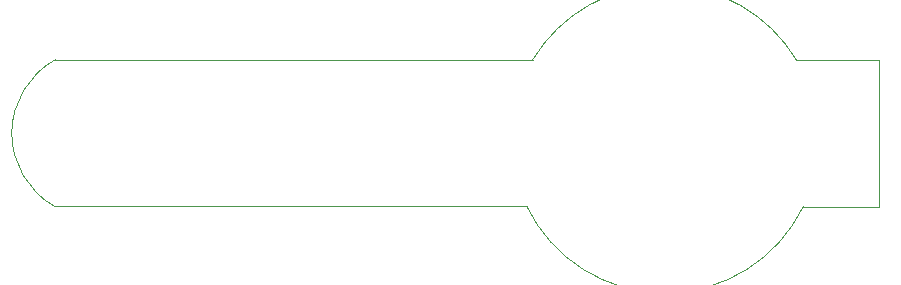
<source format=gbr>
%TF.GenerationSoftware,KiCad,Pcbnew,(6.0.7)*%
%TF.CreationDate,2022-09-02T10:13:45-04:00*%
%TF.ProjectId,proj_1,70726f6a-5f31-42e6-9b69-6361645f7063,V1*%
%TF.SameCoordinates,Original*%
%TF.FileFunction,Profile,NP*%
%FSLAX46Y46*%
G04 Gerber Fmt 4.6, Leading zero omitted, Abs format (unit mm)*
G04 Created by KiCad (PCBNEW (6.0.7)) date 2022-09-02 10:13:45*
%MOMM*%
%LPD*%
G01*
G04 APERTURE LIST*
%TA.AperFunction,Profile*%
%ADD10C,0.100000*%
%TD*%
G04 APERTURE END LIST*
D10*
X141388665Y-110926673D02*
G75*
G03*
X164800000Y-110950000I11711335J5676673D01*
G01*
X164800000Y-110950000D02*
X171200000Y-110950000D01*
X171200000Y-98550000D02*
X164235360Y-98558758D01*
X171200000Y-110950000D02*
X171200000Y-98550000D01*
X164235360Y-98558758D02*
G75*
G03*
X141900000Y-98500000I-11185360J-6691242D01*
G01*
X141900000Y-98500000D02*
X101483590Y-98506569D01*
X101370000Y-110909999D02*
X141388665Y-110926673D01*
X101483590Y-98506569D02*
G75*
G03*
X101370000Y-110909999I3406410J-6233431D01*
G01*
M02*

</source>
